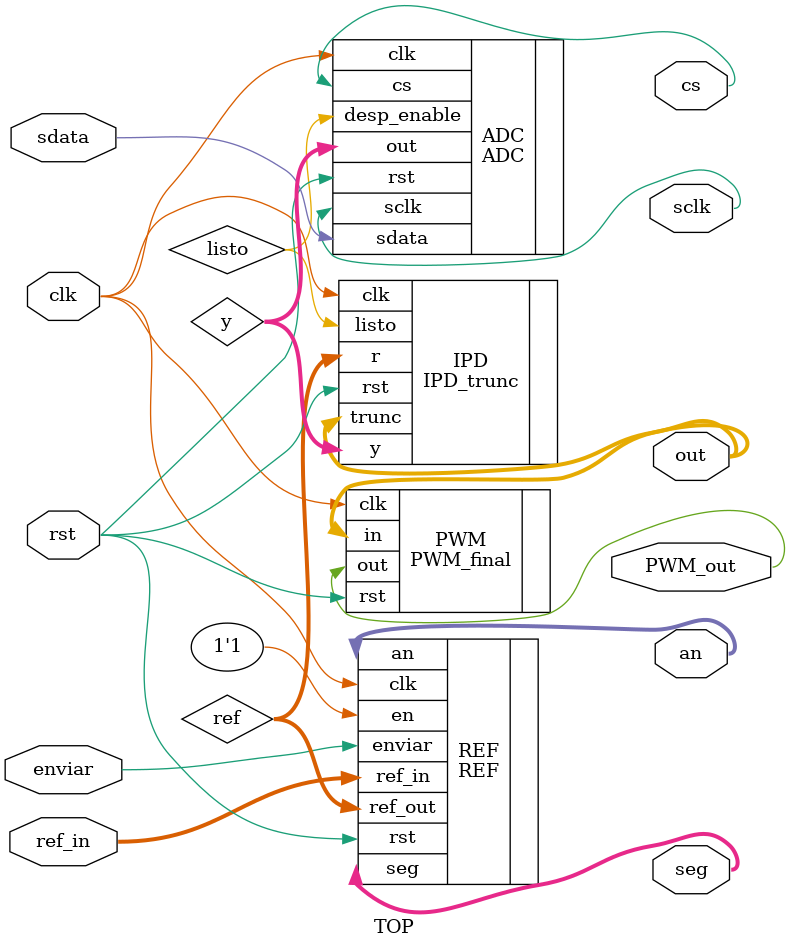
<source format=v>
`timescale 1ns / 1ps
module TOP(
	input wire clk, rst, enviar, /*subir, bajar,*/ sdata,
	input wire [7:0] ref_in,
	output wire [6:0] seg,
	output wire [7:0] an, 
	output wire [7:0] out,
	output wire PWM_out, cs, sclk
    );

wire [19:0] ref, y;

ADC ADC (
    .clk(clk), //---------
    .rst(rst), //----------
    .sdata(sdata), //--------
    .out(y), //---------
    .cs(cs), //------------
    .sclk(sclk), //--------
    .desp_enable(listo)	//---------
    );

REF REF (
    .clk(clk), 
    .rst(rst), 
    .en(1'b1), 
    .enviar(enviar), 
    .ref_in(ref_in), 
    .ref_out(ref), 
    .seg(seg), 
    .an(an)
    );
	 
IPD_trunc IPD (	
    .clk(clk), //-------------
    .rst(rst), //------------
    .listo(listo), //----------
    .r(ref), //----------
    .y(y), //------------
    .trunc(out)	//------
    );
	 
PWM_final PWM (
    .in(out), //-----
    .clk(clk), //-----
    .rst(rst), //-------
    .out(PWM_out)//-----
    );
	 
endmodule

</source>
